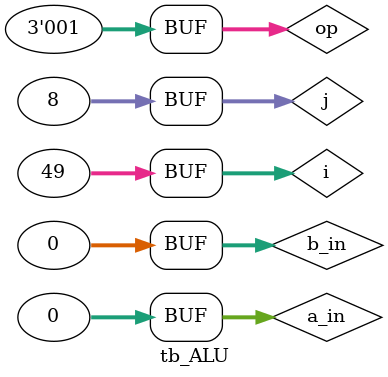
<source format=v>
`timescale 1ns / 1ps


module tb_ALU;

	// Inputs
	reg [2:0] op;
	reg [31:0] a_in;
	reg [31:0] b_in;
	
	// Outputs
	wire [31:0] result;
	wire zero;
	wire overflow;
	
	// Instantiate the Unit Under Test (UUT)
	ALU uut (
		.op(op), 
		.a_in(a_in),
		.b_in(b_in),
		.result(result),
		.zero(zero),
		.overflow(overflow)
	);
	
	integer i;
	integer j;
	
	initial begin
		// Initialize Inputs
		a_in = 0;
		b_in = 0;
		op = 0;
	end
	initial begin
		for(j = 3'b000 ; j <= 3'b111; j=j+3'b001)begin	
			if(j !== 3'b011 & j !== 3'b100 & j !== 3'b101 )begin
				for (i=0; i<49 ;i=i+1)begin
					op = j;
					a_in = $random%2000000000;  //  a = -1,000,000,000~ 1,000,000,000 »çÀÌÀÇ ÀÓÀÇÀÇ Á¤¼ö
					b_in = $random%1000000000;  //  b = -500,000,000 ~ 500,000,000 »çÀÌÀÇ ÀÓÀÇÀÇ Á¤¼ö
					#50;
				end
			end
		end
		op = 3'b000;
		a_in = 32'b00000000000000000000000000000000;
		b_in = 32'b00000000000000000000000000000000;
		#50
		op = 3'b001;
		a_in = 32'b00000000000000000000000000000000;
		b_in = 32'b00000000000000000000000000000000;
   end
endmodule


</source>
